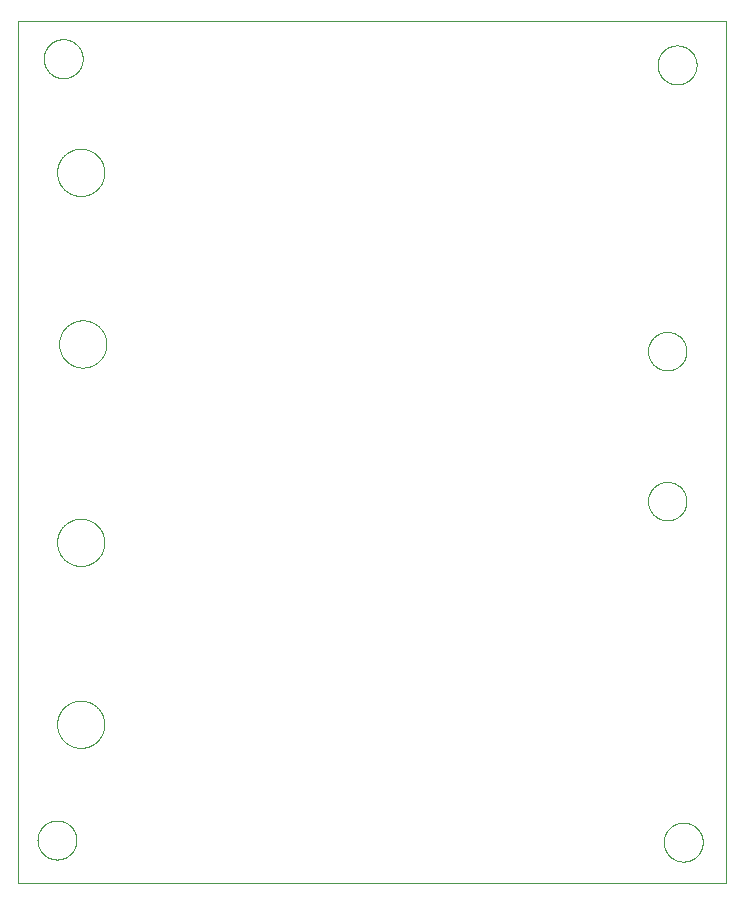
<source format=gtp>
G75*
%MOIN*%
%OFA0B0*%
%FSLAX25Y25*%
%IPPOS*%
%LPD*%
%AMOC8*
5,1,8,0,0,1.08239X$1,22.5*
%
%ADD10C,0.00000*%
D10*
X0005000Y0001000D02*
X0005000Y0288402D01*
X0241220Y0288402D01*
X0241220Y0001000D01*
X0005000Y0001000D01*
X0011591Y0015469D02*
X0011593Y0015630D01*
X0011599Y0015790D01*
X0011609Y0015951D01*
X0011623Y0016111D01*
X0011641Y0016271D01*
X0011662Y0016430D01*
X0011688Y0016589D01*
X0011718Y0016747D01*
X0011751Y0016904D01*
X0011789Y0017061D01*
X0011830Y0017216D01*
X0011875Y0017370D01*
X0011924Y0017523D01*
X0011977Y0017675D01*
X0012033Y0017826D01*
X0012094Y0017975D01*
X0012157Y0018123D01*
X0012225Y0018269D01*
X0012296Y0018413D01*
X0012370Y0018555D01*
X0012448Y0018696D01*
X0012530Y0018834D01*
X0012615Y0018971D01*
X0012703Y0019105D01*
X0012795Y0019237D01*
X0012890Y0019367D01*
X0012988Y0019495D01*
X0013089Y0019620D01*
X0013193Y0019742D01*
X0013300Y0019862D01*
X0013410Y0019979D01*
X0013523Y0020094D01*
X0013639Y0020205D01*
X0013758Y0020314D01*
X0013879Y0020419D01*
X0014003Y0020522D01*
X0014129Y0020622D01*
X0014257Y0020718D01*
X0014388Y0020811D01*
X0014522Y0020901D01*
X0014657Y0020988D01*
X0014795Y0021071D01*
X0014934Y0021151D01*
X0015076Y0021227D01*
X0015219Y0021300D01*
X0015364Y0021369D01*
X0015511Y0021435D01*
X0015659Y0021497D01*
X0015809Y0021555D01*
X0015960Y0021610D01*
X0016113Y0021661D01*
X0016267Y0021708D01*
X0016422Y0021751D01*
X0016578Y0021790D01*
X0016734Y0021826D01*
X0016892Y0021857D01*
X0017050Y0021885D01*
X0017209Y0021909D01*
X0017369Y0021929D01*
X0017529Y0021945D01*
X0017689Y0021957D01*
X0017850Y0021965D01*
X0018011Y0021969D01*
X0018171Y0021969D01*
X0018332Y0021965D01*
X0018493Y0021957D01*
X0018653Y0021945D01*
X0018813Y0021929D01*
X0018973Y0021909D01*
X0019132Y0021885D01*
X0019290Y0021857D01*
X0019448Y0021826D01*
X0019604Y0021790D01*
X0019760Y0021751D01*
X0019915Y0021708D01*
X0020069Y0021661D01*
X0020222Y0021610D01*
X0020373Y0021555D01*
X0020523Y0021497D01*
X0020671Y0021435D01*
X0020818Y0021369D01*
X0020963Y0021300D01*
X0021106Y0021227D01*
X0021248Y0021151D01*
X0021387Y0021071D01*
X0021525Y0020988D01*
X0021660Y0020901D01*
X0021794Y0020811D01*
X0021925Y0020718D01*
X0022053Y0020622D01*
X0022179Y0020522D01*
X0022303Y0020419D01*
X0022424Y0020314D01*
X0022543Y0020205D01*
X0022659Y0020094D01*
X0022772Y0019979D01*
X0022882Y0019862D01*
X0022989Y0019742D01*
X0023093Y0019620D01*
X0023194Y0019495D01*
X0023292Y0019367D01*
X0023387Y0019237D01*
X0023479Y0019105D01*
X0023567Y0018971D01*
X0023652Y0018834D01*
X0023734Y0018696D01*
X0023812Y0018555D01*
X0023886Y0018413D01*
X0023957Y0018269D01*
X0024025Y0018123D01*
X0024088Y0017975D01*
X0024149Y0017826D01*
X0024205Y0017675D01*
X0024258Y0017523D01*
X0024307Y0017370D01*
X0024352Y0017216D01*
X0024393Y0017061D01*
X0024431Y0016904D01*
X0024464Y0016747D01*
X0024494Y0016589D01*
X0024520Y0016430D01*
X0024541Y0016271D01*
X0024559Y0016111D01*
X0024573Y0015951D01*
X0024583Y0015790D01*
X0024589Y0015630D01*
X0024591Y0015469D01*
X0024589Y0015308D01*
X0024583Y0015148D01*
X0024573Y0014987D01*
X0024559Y0014827D01*
X0024541Y0014667D01*
X0024520Y0014508D01*
X0024494Y0014349D01*
X0024464Y0014191D01*
X0024431Y0014034D01*
X0024393Y0013877D01*
X0024352Y0013722D01*
X0024307Y0013568D01*
X0024258Y0013415D01*
X0024205Y0013263D01*
X0024149Y0013112D01*
X0024088Y0012963D01*
X0024025Y0012815D01*
X0023957Y0012669D01*
X0023886Y0012525D01*
X0023812Y0012383D01*
X0023734Y0012242D01*
X0023652Y0012104D01*
X0023567Y0011967D01*
X0023479Y0011833D01*
X0023387Y0011701D01*
X0023292Y0011571D01*
X0023194Y0011443D01*
X0023093Y0011318D01*
X0022989Y0011196D01*
X0022882Y0011076D01*
X0022772Y0010959D01*
X0022659Y0010844D01*
X0022543Y0010733D01*
X0022424Y0010624D01*
X0022303Y0010519D01*
X0022179Y0010416D01*
X0022053Y0010316D01*
X0021925Y0010220D01*
X0021794Y0010127D01*
X0021660Y0010037D01*
X0021525Y0009950D01*
X0021387Y0009867D01*
X0021248Y0009787D01*
X0021106Y0009711D01*
X0020963Y0009638D01*
X0020818Y0009569D01*
X0020671Y0009503D01*
X0020523Y0009441D01*
X0020373Y0009383D01*
X0020222Y0009328D01*
X0020069Y0009277D01*
X0019915Y0009230D01*
X0019760Y0009187D01*
X0019604Y0009148D01*
X0019448Y0009112D01*
X0019290Y0009081D01*
X0019132Y0009053D01*
X0018973Y0009029D01*
X0018813Y0009009D01*
X0018653Y0008993D01*
X0018493Y0008981D01*
X0018332Y0008973D01*
X0018171Y0008969D01*
X0018011Y0008969D01*
X0017850Y0008973D01*
X0017689Y0008981D01*
X0017529Y0008993D01*
X0017369Y0009009D01*
X0017209Y0009029D01*
X0017050Y0009053D01*
X0016892Y0009081D01*
X0016734Y0009112D01*
X0016578Y0009148D01*
X0016422Y0009187D01*
X0016267Y0009230D01*
X0016113Y0009277D01*
X0015960Y0009328D01*
X0015809Y0009383D01*
X0015659Y0009441D01*
X0015511Y0009503D01*
X0015364Y0009569D01*
X0015219Y0009638D01*
X0015076Y0009711D01*
X0014934Y0009787D01*
X0014795Y0009867D01*
X0014657Y0009950D01*
X0014522Y0010037D01*
X0014388Y0010127D01*
X0014257Y0010220D01*
X0014129Y0010316D01*
X0014003Y0010416D01*
X0013879Y0010519D01*
X0013758Y0010624D01*
X0013639Y0010733D01*
X0013523Y0010844D01*
X0013410Y0010959D01*
X0013300Y0011076D01*
X0013193Y0011196D01*
X0013089Y0011318D01*
X0012988Y0011443D01*
X0012890Y0011571D01*
X0012795Y0011701D01*
X0012703Y0011833D01*
X0012615Y0011967D01*
X0012530Y0012104D01*
X0012448Y0012242D01*
X0012370Y0012383D01*
X0012296Y0012525D01*
X0012225Y0012669D01*
X0012157Y0012815D01*
X0012094Y0012963D01*
X0012033Y0013112D01*
X0011977Y0013263D01*
X0011924Y0013415D01*
X0011875Y0013568D01*
X0011830Y0013722D01*
X0011789Y0013877D01*
X0011751Y0014034D01*
X0011718Y0014191D01*
X0011688Y0014349D01*
X0011662Y0014508D01*
X0011641Y0014667D01*
X0011623Y0014827D01*
X0011609Y0014987D01*
X0011599Y0015148D01*
X0011593Y0015308D01*
X0011591Y0015469D01*
X0018110Y0054051D02*
X0018112Y0054244D01*
X0018119Y0054437D01*
X0018131Y0054630D01*
X0018148Y0054823D01*
X0018169Y0055015D01*
X0018195Y0055206D01*
X0018226Y0055397D01*
X0018261Y0055587D01*
X0018301Y0055776D01*
X0018346Y0055964D01*
X0018395Y0056151D01*
X0018449Y0056337D01*
X0018507Y0056521D01*
X0018570Y0056704D01*
X0018638Y0056885D01*
X0018709Y0057064D01*
X0018786Y0057242D01*
X0018866Y0057418D01*
X0018951Y0057591D01*
X0019040Y0057763D01*
X0019133Y0057932D01*
X0019230Y0058099D01*
X0019332Y0058264D01*
X0019437Y0058426D01*
X0019546Y0058585D01*
X0019660Y0058742D01*
X0019777Y0058895D01*
X0019897Y0059046D01*
X0020022Y0059194D01*
X0020150Y0059339D01*
X0020281Y0059480D01*
X0020416Y0059619D01*
X0020555Y0059754D01*
X0020696Y0059885D01*
X0020841Y0060013D01*
X0020989Y0060138D01*
X0021140Y0060258D01*
X0021293Y0060375D01*
X0021450Y0060489D01*
X0021609Y0060598D01*
X0021771Y0060703D01*
X0021936Y0060805D01*
X0022103Y0060902D01*
X0022272Y0060995D01*
X0022444Y0061084D01*
X0022617Y0061169D01*
X0022793Y0061249D01*
X0022971Y0061326D01*
X0023150Y0061397D01*
X0023331Y0061465D01*
X0023514Y0061528D01*
X0023698Y0061586D01*
X0023884Y0061640D01*
X0024071Y0061689D01*
X0024259Y0061734D01*
X0024448Y0061774D01*
X0024638Y0061809D01*
X0024829Y0061840D01*
X0025020Y0061866D01*
X0025212Y0061887D01*
X0025405Y0061904D01*
X0025598Y0061916D01*
X0025791Y0061923D01*
X0025984Y0061925D01*
X0026177Y0061923D01*
X0026370Y0061916D01*
X0026563Y0061904D01*
X0026756Y0061887D01*
X0026948Y0061866D01*
X0027139Y0061840D01*
X0027330Y0061809D01*
X0027520Y0061774D01*
X0027709Y0061734D01*
X0027897Y0061689D01*
X0028084Y0061640D01*
X0028270Y0061586D01*
X0028454Y0061528D01*
X0028637Y0061465D01*
X0028818Y0061397D01*
X0028997Y0061326D01*
X0029175Y0061249D01*
X0029351Y0061169D01*
X0029524Y0061084D01*
X0029696Y0060995D01*
X0029865Y0060902D01*
X0030032Y0060805D01*
X0030197Y0060703D01*
X0030359Y0060598D01*
X0030518Y0060489D01*
X0030675Y0060375D01*
X0030828Y0060258D01*
X0030979Y0060138D01*
X0031127Y0060013D01*
X0031272Y0059885D01*
X0031413Y0059754D01*
X0031552Y0059619D01*
X0031687Y0059480D01*
X0031818Y0059339D01*
X0031946Y0059194D01*
X0032071Y0059046D01*
X0032191Y0058895D01*
X0032308Y0058742D01*
X0032422Y0058585D01*
X0032531Y0058426D01*
X0032636Y0058264D01*
X0032738Y0058099D01*
X0032835Y0057932D01*
X0032928Y0057763D01*
X0033017Y0057591D01*
X0033102Y0057418D01*
X0033182Y0057242D01*
X0033259Y0057064D01*
X0033330Y0056885D01*
X0033398Y0056704D01*
X0033461Y0056521D01*
X0033519Y0056337D01*
X0033573Y0056151D01*
X0033622Y0055964D01*
X0033667Y0055776D01*
X0033707Y0055587D01*
X0033742Y0055397D01*
X0033773Y0055206D01*
X0033799Y0055015D01*
X0033820Y0054823D01*
X0033837Y0054630D01*
X0033849Y0054437D01*
X0033856Y0054244D01*
X0033858Y0054051D01*
X0033856Y0053858D01*
X0033849Y0053665D01*
X0033837Y0053472D01*
X0033820Y0053279D01*
X0033799Y0053087D01*
X0033773Y0052896D01*
X0033742Y0052705D01*
X0033707Y0052515D01*
X0033667Y0052326D01*
X0033622Y0052138D01*
X0033573Y0051951D01*
X0033519Y0051765D01*
X0033461Y0051581D01*
X0033398Y0051398D01*
X0033330Y0051217D01*
X0033259Y0051038D01*
X0033182Y0050860D01*
X0033102Y0050684D01*
X0033017Y0050511D01*
X0032928Y0050339D01*
X0032835Y0050170D01*
X0032738Y0050003D01*
X0032636Y0049838D01*
X0032531Y0049676D01*
X0032422Y0049517D01*
X0032308Y0049360D01*
X0032191Y0049207D01*
X0032071Y0049056D01*
X0031946Y0048908D01*
X0031818Y0048763D01*
X0031687Y0048622D01*
X0031552Y0048483D01*
X0031413Y0048348D01*
X0031272Y0048217D01*
X0031127Y0048089D01*
X0030979Y0047964D01*
X0030828Y0047844D01*
X0030675Y0047727D01*
X0030518Y0047613D01*
X0030359Y0047504D01*
X0030197Y0047399D01*
X0030032Y0047297D01*
X0029865Y0047200D01*
X0029696Y0047107D01*
X0029524Y0047018D01*
X0029351Y0046933D01*
X0029175Y0046853D01*
X0028997Y0046776D01*
X0028818Y0046705D01*
X0028637Y0046637D01*
X0028454Y0046574D01*
X0028270Y0046516D01*
X0028084Y0046462D01*
X0027897Y0046413D01*
X0027709Y0046368D01*
X0027520Y0046328D01*
X0027330Y0046293D01*
X0027139Y0046262D01*
X0026948Y0046236D01*
X0026756Y0046215D01*
X0026563Y0046198D01*
X0026370Y0046186D01*
X0026177Y0046179D01*
X0025984Y0046177D01*
X0025791Y0046179D01*
X0025598Y0046186D01*
X0025405Y0046198D01*
X0025212Y0046215D01*
X0025020Y0046236D01*
X0024829Y0046262D01*
X0024638Y0046293D01*
X0024448Y0046328D01*
X0024259Y0046368D01*
X0024071Y0046413D01*
X0023884Y0046462D01*
X0023698Y0046516D01*
X0023514Y0046574D01*
X0023331Y0046637D01*
X0023150Y0046705D01*
X0022971Y0046776D01*
X0022793Y0046853D01*
X0022617Y0046933D01*
X0022444Y0047018D01*
X0022272Y0047107D01*
X0022103Y0047200D01*
X0021936Y0047297D01*
X0021771Y0047399D01*
X0021609Y0047504D01*
X0021450Y0047613D01*
X0021293Y0047727D01*
X0021140Y0047844D01*
X0020989Y0047964D01*
X0020841Y0048089D01*
X0020696Y0048217D01*
X0020555Y0048348D01*
X0020416Y0048483D01*
X0020281Y0048622D01*
X0020150Y0048763D01*
X0020022Y0048908D01*
X0019897Y0049056D01*
X0019777Y0049207D01*
X0019660Y0049360D01*
X0019546Y0049517D01*
X0019437Y0049676D01*
X0019332Y0049838D01*
X0019230Y0050003D01*
X0019133Y0050170D01*
X0019040Y0050339D01*
X0018951Y0050511D01*
X0018866Y0050684D01*
X0018786Y0050860D01*
X0018709Y0051038D01*
X0018638Y0051217D01*
X0018570Y0051398D01*
X0018507Y0051581D01*
X0018449Y0051765D01*
X0018395Y0051951D01*
X0018346Y0052138D01*
X0018301Y0052326D01*
X0018261Y0052515D01*
X0018226Y0052705D01*
X0018195Y0052896D01*
X0018169Y0053087D01*
X0018148Y0053279D01*
X0018131Y0053472D01*
X0018119Y0053665D01*
X0018112Y0053858D01*
X0018110Y0054051D01*
X0018110Y0114681D02*
X0018112Y0114874D01*
X0018119Y0115067D01*
X0018131Y0115260D01*
X0018148Y0115453D01*
X0018169Y0115645D01*
X0018195Y0115836D01*
X0018226Y0116027D01*
X0018261Y0116217D01*
X0018301Y0116406D01*
X0018346Y0116594D01*
X0018395Y0116781D01*
X0018449Y0116967D01*
X0018507Y0117151D01*
X0018570Y0117334D01*
X0018638Y0117515D01*
X0018709Y0117694D01*
X0018786Y0117872D01*
X0018866Y0118048D01*
X0018951Y0118221D01*
X0019040Y0118393D01*
X0019133Y0118562D01*
X0019230Y0118729D01*
X0019332Y0118894D01*
X0019437Y0119056D01*
X0019546Y0119215D01*
X0019660Y0119372D01*
X0019777Y0119525D01*
X0019897Y0119676D01*
X0020022Y0119824D01*
X0020150Y0119969D01*
X0020281Y0120110D01*
X0020416Y0120249D01*
X0020555Y0120384D01*
X0020696Y0120515D01*
X0020841Y0120643D01*
X0020989Y0120768D01*
X0021140Y0120888D01*
X0021293Y0121005D01*
X0021450Y0121119D01*
X0021609Y0121228D01*
X0021771Y0121333D01*
X0021936Y0121435D01*
X0022103Y0121532D01*
X0022272Y0121625D01*
X0022444Y0121714D01*
X0022617Y0121799D01*
X0022793Y0121879D01*
X0022971Y0121956D01*
X0023150Y0122027D01*
X0023331Y0122095D01*
X0023514Y0122158D01*
X0023698Y0122216D01*
X0023884Y0122270D01*
X0024071Y0122319D01*
X0024259Y0122364D01*
X0024448Y0122404D01*
X0024638Y0122439D01*
X0024829Y0122470D01*
X0025020Y0122496D01*
X0025212Y0122517D01*
X0025405Y0122534D01*
X0025598Y0122546D01*
X0025791Y0122553D01*
X0025984Y0122555D01*
X0026177Y0122553D01*
X0026370Y0122546D01*
X0026563Y0122534D01*
X0026756Y0122517D01*
X0026948Y0122496D01*
X0027139Y0122470D01*
X0027330Y0122439D01*
X0027520Y0122404D01*
X0027709Y0122364D01*
X0027897Y0122319D01*
X0028084Y0122270D01*
X0028270Y0122216D01*
X0028454Y0122158D01*
X0028637Y0122095D01*
X0028818Y0122027D01*
X0028997Y0121956D01*
X0029175Y0121879D01*
X0029351Y0121799D01*
X0029524Y0121714D01*
X0029696Y0121625D01*
X0029865Y0121532D01*
X0030032Y0121435D01*
X0030197Y0121333D01*
X0030359Y0121228D01*
X0030518Y0121119D01*
X0030675Y0121005D01*
X0030828Y0120888D01*
X0030979Y0120768D01*
X0031127Y0120643D01*
X0031272Y0120515D01*
X0031413Y0120384D01*
X0031552Y0120249D01*
X0031687Y0120110D01*
X0031818Y0119969D01*
X0031946Y0119824D01*
X0032071Y0119676D01*
X0032191Y0119525D01*
X0032308Y0119372D01*
X0032422Y0119215D01*
X0032531Y0119056D01*
X0032636Y0118894D01*
X0032738Y0118729D01*
X0032835Y0118562D01*
X0032928Y0118393D01*
X0033017Y0118221D01*
X0033102Y0118048D01*
X0033182Y0117872D01*
X0033259Y0117694D01*
X0033330Y0117515D01*
X0033398Y0117334D01*
X0033461Y0117151D01*
X0033519Y0116967D01*
X0033573Y0116781D01*
X0033622Y0116594D01*
X0033667Y0116406D01*
X0033707Y0116217D01*
X0033742Y0116027D01*
X0033773Y0115836D01*
X0033799Y0115645D01*
X0033820Y0115453D01*
X0033837Y0115260D01*
X0033849Y0115067D01*
X0033856Y0114874D01*
X0033858Y0114681D01*
X0033856Y0114488D01*
X0033849Y0114295D01*
X0033837Y0114102D01*
X0033820Y0113909D01*
X0033799Y0113717D01*
X0033773Y0113526D01*
X0033742Y0113335D01*
X0033707Y0113145D01*
X0033667Y0112956D01*
X0033622Y0112768D01*
X0033573Y0112581D01*
X0033519Y0112395D01*
X0033461Y0112211D01*
X0033398Y0112028D01*
X0033330Y0111847D01*
X0033259Y0111668D01*
X0033182Y0111490D01*
X0033102Y0111314D01*
X0033017Y0111141D01*
X0032928Y0110969D01*
X0032835Y0110800D01*
X0032738Y0110633D01*
X0032636Y0110468D01*
X0032531Y0110306D01*
X0032422Y0110147D01*
X0032308Y0109990D01*
X0032191Y0109837D01*
X0032071Y0109686D01*
X0031946Y0109538D01*
X0031818Y0109393D01*
X0031687Y0109252D01*
X0031552Y0109113D01*
X0031413Y0108978D01*
X0031272Y0108847D01*
X0031127Y0108719D01*
X0030979Y0108594D01*
X0030828Y0108474D01*
X0030675Y0108357D01*
X0030518Y0108243D01*
X0030359Y0108134D01*
X0030197Y0108029D01*
X0030032Y0107927D01*
X0029865Y0107830D01*
X0029696Y0107737D01*
X0029524Y0107648D01*
X0029351Y0107563D01*
X0029175Y0107483D01*
X0028997Y0107406D01*
X0028818Y0107335D01*
X0028637Y0107267D01*
X0028454Y0107204D01*
X0028270Y0107146D01*
X0028084Y0107092D01*
X0027897Y0107043D01*
X0027709Y0106998D01*
X0027520Y0106958D01*
X0027330Y0106923D01*
X0027139Y0106892D01*
X0026948Y0106866D01*
X0026756Y0106845D01*
X0026563Y0106828D01*
X0026370Y0106816D01*
X0026177Y0106809D01*
X0025984Y0106807D01*
X0025791Y0106809D01*
X0025598Y0106816D01*
X0025405Y0106828D01*
X0025212Y0106845D01*
X0025020Y0106866D01*
X0024829Y0106892D01*
X0024638Y0106923D01*
X0024448Y0106958D01*
X0024259Y0106998D01*
X0024071Y0107043D01*
X0023884Y0107092D01*
X0023698Y0107146D01*
X0023514Y0107204D01*
X0023331Y0107267D01*
X0023150Y0107335D01*
X0022971Y0107406D01*
X0022793Y0107483D01*
X0022617Y0107563D01*
X0022444Y0107648D01*
X0022272Y0107737D01*
X0022103Y0107830D01*
X0021936Y0107927D01*
X0021771Y0108029D01*
X0021609Y0108134D01*
X0021450Y0108243D01*
X0021293Y0108357D01*
X0021140Y0108474D01*
X0020989Y0108594D01*
X0020841Y0108719D01*
X0020696Y0108847D01*
X0020555Y0108978D01*
X0020416Y0109113D01*
X0020281Y0109252D01*
X0020150Y0109393D01*
X0020022Y0109538D01*
X0019897Y0109686D01*
X0019777Y0109837D01*
X0019660Y0109990D01*
X0019546Y0110147D01*
X0019437Y0110306D01*
X0019332Y0110468D01*
X0019230Y0110633D01*
X0019133Y0110800D01*
X0019040Y0110969D01*
X0018951Y0111141D01*
X0018866Y0111314D01*
X0018786Y0111490D01*
X0018709Y0111668D01*
X0018638Y0111847D01*
X0018570Y0112028D01*
X0018507Y0112211D01*
X0018449Y0112395D01*
X0018395Y0112581D01*
X0018346Y0112768D01*
X0018301Y0112956D01*
X0018261Y0113145D01*
X0018226Y0113335D01*
X0018195Y0113526D01*
X0018169Y0113717D01*
X0018148Y0113909D01*
X0018131Y0114102D01*
X0018119Y0114295D01*
X0018112Y0114488D01*
X0018110Y0114681D01*
X0018799Y0180823D02*
X0018801Y0181016D01*
X0018808Y0181209D01*
X0018820Y0181402D01*
X0018837Y0181595D01*
X0018858Y0181787D01*
X0018884Y0181978D01*
X0018915Y0182169D01*
X0018950Y0182359D01*
X0018990Y0182548D01*
X0019035Y0182736D01*
X0019084Y0182923D01*
X0019138Y0183109D01*
X0019196Y0183293D01*
X0019259Y0183476D01*
X0019327Y0183657D01*
X0019398Y0183836D01*
X0019475Y0184014D01*
X0019555Y0184190D01*
X0019640Y0184363D01*
X0019729Y0184535D01*
X0019822Y0184704D01*
X0019919Y0184871D01*
X0020021Y0185036D01*
X0020126Y0185198D01*
X0020235Y0185357D01*
X0020349Y0185514D01*
X0020466Y0185667D01*
X0020586Y0185818D01*
X0020711Y0185966D01*
X0020839Y0186111D01*
X0020970Y0186252D01*
X0021105Y0186391D01*
X0021244Y0186526D01*
X0021385Y0186657D01*
X0021530Y0186785D01*
X0021678Y0186910D01*
X0021829Y0187030D01*
X0021982Y0187147D01*
X0022139Y0187261D01*
X0022298Y0187370D01*
X0022460Y0187475D01*
X0022625Y0187577D01*
X0022792Y0187674D01*
X0022961Y0187767D01*
X0023133Y0187856D01*
X0023306Y0187941D01*
X0023482Y0188021D01*
X0023660Y0188098D01*
X0023839Y0188169D01*
X0024020Y0188237D01*
X0024203Y0188300D01*
X0024387Y0188358D01*
X0024573Y0188412D01*
X0024760Y0188461D01*
X0024948Y0188506D01*
X0025137Y0188546D01*
X0025327Y0188581D01*
X0025518Y0188612D01*
X0025709Y0188638D01*
X0025901Y0188659D01*
X0026094Y0188676D01*
X0026287Y0188688D01*
X0026480Y0188695D01*
X0026673Y0188697D01*
X0026866Y0188695D01*
X0027059Y0188688D01*
X0027252Y0188676D01*
X0027445Y0188659D01*
X0027637Y0188638D01*
X0027828Y0188612D01*
X0028019Y0188581D01*
X0028209Y0188546D01*
X0028398Y0188506D01*
X0028586Y0188461D01*
X0028773Y0188412D01*
X0028959Y0188358D01*
X0029143Y0188300D01*
X0029326Y0188237D01*
X0029507Y0188169D01*
X0029686Y0188098D01*
X0029864Y0188021D01*
X0030040Y0187941D01*
X0030213Y0187856D01*
X0030385Y0187767D01*
X0030554Y0187674D01*
X0030721Y0187577D01*
X0030886Y0187475D01*
X0031048Y0187370D01*
X0031207Y0187261D01*
X0031364Y0187147D01*
X0031517Y0187030D01*
X0031668Y0186910D01*
X0031816Y0186785D01*
X0031961Y0186657D01*
X0032102Y0186526D01*
X0032241Y0186391D01*
X0032376Y0186252D01*
X0032507Y0186111D01*
X0032635Y0185966D01*
X0032760Y0185818D01*
X0032880Y0185667D01*
X0032997Y0185514D01*
X0033111Y0185357D01*
X0033220Y0185198D01*
X0033325Y0185036D01*
X0033427Y0184871D01*
X0033524Y0184704D01*
X0033617Y0184535D01*
X0033706Y0184363D01*
X0033791Y0184190D01*
X0033871Y0184014D01*
X0033948Y0183836D01*
X0034019Y0183657D01*
X0034087Y0183476D01*
X0034150Y0183293D01*
X0034208Y0183109D01*
X0034262Y0182923D01*
X0034311Y0182736D01*
X0034356Y0182548D01*
X0034396Y0182359D01*
X0034431Y0182169D01*
X0034462Y0181978D01*
X0034488Y0181787D01*
X0034509Y0181595D01*
X0034526Y0181402D01*
X0034538Y0181209D01*
X0034545Y0181016D01*
X0034547Y0180823D01*
X0034545Y0180630D01*
X0034538Y0180437D01*
X0034526Y0180244D01*
X0034509Y0180051D01*
X0034488Y0179859D01*
X0034462Y0179668D01*
X0034431Y0179477D01*
X0034396Y0179287D01*
X0034356Y0179098D01*
X0034311Y0178910D01*
X0034262Y0178723D01*
X0034208Y0178537D01*
X0034150Y0178353D01*
X0034087Y0178170D01*
X0034019Y0177989D01*
X0033948Y0177810D01*
X0033871Y0177632D01*
X0033791Y0177456D01*
X0033706Y0177283D01*
X0033617Y0177111D01*
X0033524Y0176942D01*
X0033427Y0176775D01*
X0033325Y0176610D01*
X0033220Y0176448D01*
X0033111Y0176289D01*
X0032997Y0176132D01*
X0032880Y0175979D01*
X0032760Y0175828D01*
X0032635Y0175680D01*
X0032507Y0175535D01*
X0032376Y0175394D01*
X0032241Y0175255D01*
X0032102Y0175120D01*
X0031961Y0174989D01*
X0031816Y0174861D01*
X0031668Y0174736D01*
X0031517Y0174616D01*
X0031364Y0174499D01*
X0031207Y0174385D01*
X0031048Y0174276D01*
X0030886Y0174171D01*
X0030721Y0174069D01*
X0030554Y0173972D01*
X0030385Y0173879D01*
X0030213Y0173790D01*
X0030040Y0173705D01*
X0029864Y0173625D01*
X0029686Y0173548D01*
X0029507Y0173477D01*
X0029326Y0173409D01*
X0029143Y0173346D01*
X0028959Y0173288D01*
X0028773Y0173234D01*
X0028586Y0173185D01*
X0028398Y0173140D01*
X0028209Y0173100D01*
X0028019Y0173065D01*
X0027828Y0173034D01*
X0027637Y0173008D01*
X0027445Y0172987D01*
X0027252Y0172970D01*
X0027059Y0172958D01*
X0026866Y0172951D01*
X0026673Y0172949D01*
X0026480Y0172951D01*
X0026287Y0172958D01*
X0026094Y0172970D01*
X0025901Y0172987D01*
X0025709Y0173008D01*
X0025518Y0173034D01*
X0025327Y0173065D01*
X0025137Y0173100D01*
X0024948Y0173140D01*
X0024760Y0173185D01*
X0024573Y0173234D01*
X0024387Y0173288D01*
X0024203Y0173346D01*
X0024020Y0173409D01*
X0023839Y0173477D01*
X0023660Y0173548D01*
X0023482Y0173625D01*
X0023306Y0173705D01*
X0023133Y0173790D01*
X0022961Y0173879D01*
X0022792Y0173972D01*
X0022625Y0174069D01*
X0022460Y0174171D01*
X0022298Y0174276D01*
X0022139Y0174385D01*
X0021982Y0174499D01*
X0021829Y0174616D01*
X0021678Y0174736D01*
X0021530Y0174861D01*
X0021385Y0174989D01*
X0021244Y0175120D01*
X0021105Y0175255D01*
X0020970Y0175394D01*
X0020839Y0175535D01*
X0020711Y0175680D01*
X0020586Y0175828D01*
X0020466Y0175979D01*
X0020349Y0176132D01*
X0020235Y0176289D01*
X0020126Y0176448D01*
X0020021Y0176610D01*
X0019919Y0176775D01*
X0019822Y0176942D01*
X0019729Y0177111D01*
X0019640Y0177283D01*
X0019555Y0177456D01*
X0019475Y0177632D01*
X0019398Y0177810D01*
X0019327Y0177989D01*
X0019259Y0178170D01*
X0019196Y0178353D01*
X0019138Y0178537D01*
X0019084Y0178723D01*
X0019035Y0178910D01*
X0018990Y0179098D01*
X0018950Y0179287D01*
X0018915Y0179477D01*
X0018884Y0179668D01*
X0018858Y0179859D01*
X0018837Y0180051D01*
X0018820Y0180244D01*
X0018808Y0180437D01*
X0018801Y0180630D01*
X0018799Y0180823D01*
X0018110Y0238008D02*
X0018112Y0238201D01*
X0018119Y0238394D01*
X0018131Y0238587D01*
X0018148Y0238780D01*
X0018169Y0238972D01*
X0018195Y0239163D01*
X0018226Y0239354D01*
X0018261Y0239544D01*
X0018301Y0239733D01*
X0018346Y0239921D01*
X0018395Y0240108D01*
X0018449Y0240294D01*
X0018507Y0240478D01*
X0018570Y0240661D01*
X0018638Y0240842D01*
X0018709Y0241021D01*
X0018786Y0241199D01*
X0018866Y0241375D01*
X0018951Y0241548D01*
X0019040Y0241720D01*
X0019133Y0241889D01*
X0019230Y0242056D01*
X0019332Y0242221D01*
X0019437Y0242383D01*
X0019546Y0242542D01*
X0019660Y0242699D01*
X0019777Y0242852D01*
X0019897Y0243003D01*
X0020022Y0243151D01*
X0020150Y0243296D01*
X0020281Y0243437D01*
X0020416Y0243576D01*
X0020555Y0243711D01*
X0020696Y0243842D01*
X0020841Y0243970D01*
X0020989Y0244095D01*
X0021140Y0244215D01*
X0021293Y0244332D01*
X0021450Y0244446D01*
X0021609Y0244555D01*
X0021771Y0244660D01*
X0021936Y0244762D01*
X0022103Y0244859D01*
X0022272Y0244952D01*
X0022444Y0245041D01*
X0022617Y0245126D01*
X0022793Y0245206D01*
X0022971Y0245283D01*
X0023150Y0245354D01*
X0023331Y0245422D01*
X0023514Y0245485D01*
X0023698Y0245543D01*
X0023884Y0245597D01*
X0024071Y0245646D01*
X0024259Y0245691D01*
X0024448Y0245731D01*
X0024638Y0245766D01*
X0024829Y0245797D01*
X0025020Y0245823D01*
X0025212Y0245844D01*
X0025405Y0245861D01*
X0025598Y0245873D01*
X0025791Y0245880D01*
X0025984Y0245882D01*
X0026177Y0245880D01*
X0026370Y0245873D01*
X0026563Y0245861D01*
X0026756Y0245844D01*
X0026948Y0245823D01*
X0027139Y0245797D01*
X0027330Y0245766D01*
X0027520Y0245731D01*
X0027709Y0245691D01*
X0027897Y0245646D01*
X0028084Y0245597D01*
X0028270Y0245543D01*
X0028454Y0245485D01*
X0028637Y0245422D01*
X0028818Y0245354D01*
X0028997Y0245283D01*
X0029175Y0245206D01*
X0029351Y0245126D01*
X0029524Y0245041D01*
X0029696Y0244952D01*
X0029865Y0244859D01*
X0030032Y0244762D01*
X0030197Y0244660D01*
X0030359Y0244555D01*
X0030518Y0244446D01*
X0030675Y0244332D01*
X0030828Y0244215D01*
X0030979Y0244095D01*
X0031127Y0243970D01*
X0031272Y0243842D01*
X0031413Y0243711D01*
X0031552Y0243576D01*
X0031687Y0243437D01*
X0031818Y0243296D01*
X0031946Y0243151D01*
X0032071Y0243003D01*
X0032191Y0242852D01*
X0032308Y0242699D01*
X0032422Y0242542D01*
X0032531Y0242383D01*
X0032636Y0242221D01*
X0032738Y0242056D01*
X0032835Y0241889D01*
X0032928Y0241720D01*
X0033017Y0241548D01*
X0033102Y0241375D01*
X0033182Y0241199D01*
X0033259Y0241021D01*
X0033330Y0240842D01*
X0033398Y0240661D01*
X0033461Y0240478D01*
X0033519Y0240294D01*
X0033573Y0240108D01*
X0033622Y0239921D01*
X0033667Y0239733D01*
X0033707Y0239544D01*
X0033742Y0239354D01*
X0033773Y0239163D01*
X0033799Y0238972D01*
X0033820Y0238780D01*
X0033837Y0238587D01*
X0033849Y0238394D01*
X0033856Y0238201D01*
X0033858Y0238008D01*
X0033856Y0237815D01*
X0033849Y0237622D01*
X0033837Y0237429D01*
X0033820Y0237236D01*
X0033799Y0237044D01*
X0033773Y0236853D01*
X0033742Y0236662D01*
X0033707Y0236472D01*
X0033667Y0236283D01*
X0033622Y0236095D01*
X0033573Y0235908D01*
X0033519Y0235722D01*
X0033461Y0235538D01*
X0033398Y0235355D01*
X0033330Y0235174D01*
X0033259Y0234995D01*
X0033182Y0234817D01*
X0033102Y0234641D01*
X0033017Y0234468D01*
X0032928Y0234296D01*
X0032835Y0234127D01*
X0032738Y0233960D01*
X0032636Y0233795D01*
X0032531Y0233633D01*
X0032422Y0233474D01*
X0032308Y0233317D01*
X0032191Y0233164D01*
X0032071Y0233013D01*
X0031946Y0232865D01*
X0031818Y0232720D01*
X0031687Y0232579D01*
X0031552Y0232440D01*
X0031413Y0232305D01*
X0031272Y0232174D01*
X0031127Y0232046D01*
X0030979Y0231921D01*
X0030828Y0231801D01*
X0030675Y0231684D01*
X0030518Y0231570D01*
X0030359Y0231461D01*
X0030197Y0231356D01*
X0030032Y0231254D01*
X0029865Y0231157D01*
X0029696Y0231064D01*
X0029524Y0230975D01*
X0029351Y0230890D01*
X0029175Y0230810D01*
X0028997Y0230733D01*
X0028818Y0230662D01*
X0028637Y0230594D01*
X0028454Y0230531D01*
X0028270Y0230473D01*
X0028084Y0230419D01*
X0027897Y0230370D01*
X0027709Y0230325D01*
X0027520Y0230285D01*
X0027330Y0230250D01*
X0027139Y0230219D01*
X0026948Y0230193D01*
X0026756Y0230172D01*
X0026563Y0230155D01*
X0026370Y0230143D01*
X0026177Y0230136D01*
X0025984Y0230134D01*
X0025791Y0230136D01*
X0025598Y0230143D01*
X0025405Y0230155D01*
X0025212Y0230172D01*
X0025020Y0230193D01*
X0024829Y0230219D01*
X0024638Y0230250D01*
X0024448Y0230285D01*
X0024259Y0230325D01*
X0024071Y0230370D01*
X0023884Y0230419D01*
X0023698Y0230473D01*
X0023514Y0230531D01*
X0023331Y0230594D01*
X0023150Y0230662D01*
X0022971Y0230733D01*
X0022793Y0230810D01*
X0022617Y0230890D01*
X0022444Y0230975D01*
X0022272Y0231064D01*
X0022103Y0231157D01*
X0021936Y0231254D01*
X0021771Y0231356D01*
X0021609Y0231461D01*
X0021450Y0231570D01*
X0021293Y0231684D01*
X0021140Y0231801D01*
X0020989Y0231921D01*
X0020841Y0232046D01*
X0020696Y0232174D01*
X0020555Y0232305D01*
X0020416Y0232440D01*
X0020281Y0232579D01*
X0020150Y0232720D01*
X0020022Y0232865D01*
X0019897Y0233013D01*
X0019777Y0233164D01*
X0019660Y0233317D01*
X0019546Y0233474D01*
X0019437Y0233633D01*
X0019332Y0233795D01*
X0019230Y0233960D01*
X0019133Y0234127D01*
X0019040Y0234296D01*
X0018951Y0234468D01*
X0018866Y0234641D01*
X0018786Y0234817D01*
X0018709Y0234995D01*
X0018638Y0235174D01*
X0018570Y0235355D01*
X0018507Y0235538D01*
X0018449Y0235722D01*
X0018395Y0235908D01*
X0018346Y0236095D01*
X0018301Y0236283D01*
X0018261Y0236472D01*
X0018226Y0236662D01*
X0018195Y0236853D01*
X0018169Y0237044D01*
X0018148Y0237236D01*
X0018131Y0237429D01*
X0018119Y0237622D01*
X0018112Y0237815D01*
X0018110Y0238008D01*
X0013657Y0275902D02*
X0013659Y0276063D01*
X0013665Y0276223D01*
X0013675Y0276384D01*
X0013689Y0276544D01*
X0013707Y0276704D01*
X0013728Y0276863D01*
X0013754Y0277022D01*
X0013784Y0277180D01*
X0013817Y0277337D01*
X0013855Y0277494D01*
X0013896Y0277649D01*
X0013941Y0277803D01*
X0013990Y0277956D01*
X0014043Y0278108D01*
X0014099Y0278259D01*
X0014160Y0278408D01*
X0014223Y0278556D01*
X0014291Y0278702D01*
X0014362Y0278846D01*
X0014436Y0278988D01*
X0014514Y0279129D01*
X0014596Y0279267D01*
X0014681Y0279404D01*
X0014769Y0279538D01*
X0014861Y0279670D01*
X0014956Y0279800D01*
X0015054Y0279928D01*
X0015155Y0280053D01*
X0015259Y0280175D01*
X0015366Y0280295D01*
X0015476Y0280412D01*
X0015589Y0280527D01*
X0015705Y0280638D01*
X0015824Y0280747D01*
X0015945Y0280852D01*
X0016069Y0280955D01*
X0016195Y0281055D01*
X0016323Y0281151D01*
X0016454Y0281244D01*
X0016588Y0281334D01*
X0016723Y0281421D01*
X0016861Y0281504D01*
X0017000Y0281584D01*
X0017142Y0281660D01*
X0017285Y0281733D01*
X0017430Y0281802D01*
X0017577Y0281868D01*
X0017725Y0281930D01*
X0017875Y0281988D01*
X0018026Y0282043D01*
X0018179Y0282094D01*
X0018333Y0282141D01*
X0018488Y0282184D01*
X0018644Y0282223D01*
X0018800Y0282259D01*
X0018958Y0282290D01*
X0019116Y0282318D01*
X0019275Y0282342D01*
X0019435Y0282362D01*
X0019595Y0282378D01*
X0019755Y0282390D01*
X0019916Y0282398D01*
X0020077Y0282402D01*
X0020237Y0282402D01*
X0020398Y0282398D01*
X0020559Y0282390D01*
X0020719Y0282378D01*
X0020879Y0282362D01*
X0021039Y0282342D01*
X0021198Y0282318D01*
X0021356Y0282290D01*
X0021514Y0282259D01*
X0021670Y0282223D01*
X0021826Y0282184D01*
X0021981Y0282141D01*
X0022135Y0282094D01*
X0022288Y0282043D01*
X0022439Y0281988D01*
X0022589Y0281930D01*
X0022737Y0281868D01*
X0022884Y0281802D01*
X0023029Y0281733D01*
X0023172Y0281660D01*
X0023314Y0281584D01*
X0023453Y0281504D01*
X0023591Y0281421D01*
X0023726Y0281334D01*
X0023860Y0281244D01*
X0023991Y0281151D01*
X0024119Y0281055D01*
X0024245Y0280955D01*
X0024369Y0280852D01*
X0024490Y0280747D01*
X0024609Y0280638D01*
X0024725Y0280527D01*
X0024838Y0280412D01*
X0024948Y0280295D01*
X0025055Y0280175D01*
X0025159Y0280053D01*
X0025260Y0279928D01*
X0025358Y0279800D01*
X0025453Y0279670D01*
X0025545Y0279538D01*
X0025633Y0279404D01*
X0025718Y0279267D01*
X0025800Y0279129D01*
X0025878Y0278988D01*
X0025952Y0278846D01*
X0026023Y0278702D01*
X0026091Y0278556D01*
X0026154Y0278408D01*
X0026215Y0278259D01*
X0026271Y0278108D01*
X0026324Y0277956D01*
X0026373Y0277803D01*
X0026418Y0277649D01*
X0026459Y0277494D01*
X0026497Y0277337D01*
X0026530Y0277180D01*
X0026560Y0277022D01*
X0026586Y0276863D01*
X0026607Y0276704D01*
X0026625Y0276544D01*
X0026639Y0276384D01*
X0026649Y0276223D01*
X0026655Y0276063D01*
X0026657Y0275902D01*
X0026655Y0275741D01*
X0026649Y0275581D01*
X0026639Y0275420D01*
X0026625Y0275260D01*
X0026607Y0275100D01*
X0026586Y0274941D01*
X0026560Y0274782D01*
X0026530Y0274624D01*
X0026497Y0274467D01*
X0026459Y0274310D01*
X0026418Y0274155D01*
X0026373Y0274001D01*
X0026324Y0273848D01*
X0026271Y0273696D01*
X0026215Y0273545D01*
X0026154Y0273396D01*
X0026091Y0273248D01*
X0026023Y0273102D01*
X0025952Y0272958D01*
X0025878Y0272816D01*
X0025800Y0272675D01*
X0025718Y0272537D01*
X0025633Y0272400D01*
X0025545Y0272266D01*
X0025453Y0272134D01*
X0025358Y0272004D01*
X0025260Y0271876D01*
X0025159Y0271751D01*
X0025055Y0271629D01*
X0024948Y0271509D01*
X0024838Y0271392D01*
X0024725Y0271277D01*
X0024609Y0271166D01*
X0024490Y0271057D01*
X0024369Y0270952D01*
X0024245Y0270849D01*
X0024119Y0270749D01*
X0023991Y0270653D01*
X0023860Y0270560D01*
X0023726Y0270470D01*
X0023591Y0270383D01*
X0023453Y0270300D01*
X0023314Y0270220D01*
X0023172Y0270144D01*
X0023029Y0270071D01*
X0022884Y0270002D01*
X0022737Y0269936D01*
X0022589Y0269874D01*
X0022439Y0269816D01*
X0022288Y0269761D01*
X0022135Y0269710D01*
X0021981Y0269663D01*
X0021826Y0269620D01*
X0021670Y0269581D01*
X0021514Y0269545D01*
X0021356Y0269514D01*
X0021198Y0269486D01*
X0021039Y0269462D01*
X0020879Y0269442D01*
X0020719Y0269426D01*
X0020559Y0269414D01*
X0020398Y0269406D01*
X0020237Y0269402D01*
X0020077Y0269402D01*
X0019916Y0269406D01*
X0019755Y0269414D01*
X0019595Y0269426D01*
X0019435Y0269442D01*
X0019275Y0269462D01*
X0019116Y0269486D01*
X0018958Y0269514D01*
X0018800Y0269545D01*
X0018644Y0269581D01*
X0018488Y0269620D01*
X0018333Y0269663D01*
X0018179Y0269710D01*
X0018026Y0269761D01*
X0017875Y0269816D01*
X0017725Y0269874D01*
X0017577Y0269936D01*
X0017430Y0270002D01*
X0017285Y0270071D01*
X0017142Y0270144D01*
X0017000Y0270220D01*
X0016861Y0270300D01*
X0016723Y0270383D01*
X0016588Y0270470D01*
X0016454Y0270560D01*
X0016323Y0270653D01*
X0016195Y0270749D01*
X0016069Y0270849D01*
X0015945Y0270952D01*
X0015824Y0271057D01*
X0015705Y0271166D01*
X0015589Y0271277D01*
X0015476Y0271392D01*
X0015366Y0271509D01*
X0015259Y0271629D01*
X0015155Y0271751D01*
X0015054Y0271876D01*
X0014956Y0272004D01*
X0014861Y0272134D01*
X0014769Y0272266D01*
X0014681Y0272400D01*
X0014596Y0272537D01*
X0014514Y0272675D01*
X0014436Y0272816D01*
X0014362Y0272958D01*
X0014291Y0273102D01*
X0014223Y0273248D01*
X0014160Y0273396D01*
X0014099Y0273545D01*
X0014043Y0273696D01*
X0013990Y0273848D01*
X0013941Y0274001D01*
X0013896Y0274155D01*
X0013855Y0274310D01*
X0013817Y0274467D01*
X0013784Y0274624D01*
X0013754Y0274782D01*
X0013728Y0274941D01*
X0013707Y0275100D01*
X0013689Y0275260D01*
X0013675Y0275420D01*
X0013665Y0275581D01*
X0013659Y0275741D01*
X0013657Y0275902D01*
X0215098Y0178421D02*
X0215100Y0178581D01*
X0215106Y0178740D01*
X0215116Y0178899D01*
X0215130Y0179058D01*
X0215148Y0179217D01*
X0215169Y0179375D01*
X0215195Y0179532D01*
X0215225Y0179689D01*
X0215258Y0179845D01*
X0215296Y0180000D01*
X0215337Y0180154D01*
X0215382Y0180307D01*
X0215431Y0180459D01*
X0215484Y0180609D01*
X0215540Y0180758D01*
X0215600Y0180906D01*
X0215664Y0181052D01*
X0215732Y0181197D01*
X0215803Y0181340D01*
X0215877Y0181481D01*
X0215955Y0181620D01*
X0216037Y0181757D01*
X0216122Y0181892D01*
X0216210Y0182025D01*
X0216301Y0182156D01*
X0216396Y0182284D01*
X0216494Y0182410D01*
X0216595Y0182534D01*
X0216699Y0182654D01*
X0216806Y0182773D01*
X0216916Y0182888D01*
X0217029Y0183001D01*
X0217144Y0183111D01*
X0217263Y0183218D01*
X0217383Y0183322D01*
X0217507Y0183423D01*
X0217633Y0183521D01*
X0217761Y0183616D01*
X0217892Y0183707D01*
X0218025Y0183795D01*
X0218160Y0183880D01*
X0218297Y0183962D01*
X0218436Y0184040D01*
X0218577Y0184114D01*
X0218720Y0184185D01*
X0218865Y0184253D01*
X0219011Y0184317D01*
X0219159Y0184377D01*
X0219308Y0184433D01*
X0219458Y0184486D01*
X0219610Y0184535D01*
X0219763Y0184580D01*
X0219917Y0184621D01*
X0220072Y0184659D01*
X0220228Y0184692D01*
X0220385Y0184722D01*
X0220542Y0184748D01*
X0220700Y0184769D01*
X0220859Y0184787D01*
X0221018Y0184801D01*
X0221177Y0184811D01*
X0221336Y0184817D01*
X0221496Y0184819D01*
X0221656Y0184817D01*
X0221815Y0184811D01*
X0221974Y0184801D01*
X0222133Y0184787D01*
X0222292Y0184769D01*
X0222450Y0184748D01*
X0222607Y0184722D01*
X0222764Y0184692D01*
X0222920Y0184659D01*
X0223075Y0184621D01*
X0223229Y0184580D01*
X0223382Y0184535D01*
X0223534Y0184486D01*
X0223684Y0184433D01*
X0223833Y0184377D01*
X0223981Y0184317D01*
X0224127Y0184253D01*
X0224272Y0184185D01*
X0224415Y0184114D01*
X0224556Y0184040D01*
X0224695Y0183962D01*
X0224832Y0183880D01*
X0224967Y0183795D01*
X0225100Y0183707D01*
X0225231Y0183616D01*
X0225359Y0183521D01*
X0225485Y0183423D01*
X0225609Y0183322D01*
X0225729Y0183218D01*
X0225848Y0183111D01*
X0225963Y0183001D01*
X0226076Y0182888D01*
X0226186Y0182773D01*
X0226293Y0182654D01*
X0226397Y0182534D01*
X0226498Y0182410D01*
X0226596Y0182284D01*
X0226691Y0182156D01*
X0226782Y0182025D01*
X0226870Y0181892D01*
X0226955Y0181757D01*
X0227037Y0181620D01*
X0227115Y0181481D01*
X0227189Y0181340D01*
X0227260Y0181197D01*
X0227328Y0181052D01*
X0227392Y0180906D01*
X0227452Y0180758D01*
X0227508Y0180609D01*
X0227561Y0180459D01*
X0227610Y0180307D01*
X0227655Y0180154D01*
X0227696Y0180000D01*
X0227734Y0179845D01*
X0227767Y0179689D01*
X0227797Y0179532D01*
X0227823Y0179375D01*
X0227844Y0179217D01*
X0227862Y0179058D01*
X0227876Y0178899D01*
X0227886Y0178740D01*
X0227892Y0178581D01*
X0227894Y0178421D01*
X0227892Y0178261D01*
X0227886Y0178102D01*
X0227876Y0177943D01*
X0227862Y0177784D01*
X0227844Y0177625D01*
X0227823Y0177467D01*
X0227797Y0177310D01*
X0227767Y0177153D01*
X0227734Y0176997D01*
X0227696Y0176842D01*
X0227655Y0176688D01*
X0227610Y0176535D01*
X0227561Y0176383D01*
X0227508Y0176233D01*
X0227452Y0176084D01*
X0227392Y0175936D01*
X0227328Y0175790D01*
X0227260Y0175645D01*
X0227189Y0175502D01*
X0227115Y0175361D01*
X0227037Y0175222D01*
X0226955Y0175085D01*
X0226870Y0174950D01*
X0226782Y0174817D01*
X0226691Y0174686D01*
X0226596Y0174558D01*
X0226498Y0174432D01*
X0226397Y0174308D01*
X0226293Y0174188D01*
X0226186Y0174069D01*
X0226076Y0173954D01*
X0225963Y0173841D01*
X0225848Y0173731D01*
X0225729Y0173624D01*
X0225609Y0173520D01*
X0225485Y0173419D01*
X0225359Y0173321D01*
X0225231Y0173226D01*
X0225100Y0173135D01*
X0224967Y0173047D01*
X0224832Y0172962D01*
X0224695Y0172880D01*
X0224556Y0172802D01*
X0224415Y0172728D01*
X0224272Y0172657D01*
X0224127Y0172589D01*
X0223981Y0172525D01*
X0223833Y0172465D01*
X0223684Y0172409D01*
X0223534Y0172356D01*
X0223382Y0172307D01*
X0223229Y0172262D01*
X0223075Y0172221D01*
X0222920Y0172183D01*
X0222764Y0172150D01*
X0222607Y0172120D01*
X0222450Y0172094D01*
X0222292Y0172073D01*
X0222133Y0172055D01*
X0221974Y0172041D01*
X0221815Y0172031D01*
X0221656Y0172025D01*
X0221496Y0172023D01*
X0221336Y0172025D01*
X0221177Y0172031D01*
X0221018Y0172041D01*
X0220859Y0172055D01*
X0220700Y0172073D01*
X0220542Y0172094D01*
X0220385Y0172120D01*
X0220228Y0172150D01*
X0220072Y0172183D01*
X0219917Y0172221D01*
X0219763Y0172262D01*
X0219610Y0172307D01*
X0219458Y0172356D01*
X0219308Y0172409D01*
X0219159Y0172465D01*
X0219011Y0172525D01*
X0218865Y0172589D01*
X0218720Y0172657D01*
X0218577Y0172728D01*
X0218436Y0172802D01*
X0218297Y0172880D01*
X0218160Y0172962D01*
X0218025Y0173047D01*
X0217892Y0173135D01*
X0217761Y0173226D01*
X0217633Y0173321D01*
X0217507Y0173419D01*
X0217383Y0173520D01*
X0217263Y0173624D01*
X0217144Y0173731D01*
X0217029Y0173841D01*
X0216916Y0173954D01*
X0216806Y0174069D01*
X0216699Y0174188D01*
X0216595Y0174308D01*
X0216494Y0174432D01*
X0216396Y0174558D01*
X0216301Y0174686D01*
X0216210Y0174817D01*
X0216122Y0174950D01*
X0216037Y0175085D01*
X0215955Y0175222D01*
X0215877Y0175361D01*
X0215803Y0175502D01*
X0215732Y0175645D01*
X0215664Y0175790D01*
X0215600Y0175936D01*
X0215540Y0176084D01*
X0215484Y0176233D01*
X0215431Y0176383D01*
X0215382Y0176535D01*
X0215337Y0176688D01*
X0215296Y0176842D01*
X0215258Y0176997D01*
X0215225Y0177153D01*
X0215195Y0177310D01*
X0215169Y0177467D01*
X0215148Y0177625D01*
X0215130Y0177784D01*
X0215116Y0177943D01*
X0215106Y0178102D01*
X0215100Y0178261D01*
X0215098Y0178421D01*
X0215098Y0128421D02*
X0215100Y0128581D01*
X0215106Y0128740D01*
X0215116Y0128899D01*
X0215130Y0129058D01*
X0215148Y0129217D01*
X0215169Y0129375D01*
X0215195Y0129532D01*
X0215225Y0129689D01*
X0215258Y0129845D01*
X0215296Y0130000D01*
X0215337Y0130154D01*
X0215382Y0130307D01*
X0215431Y0130459D01*
X0215484Y0130609D01*
X0215540Y0130758D01*
X0215600Y0130906D01*
X0215664Y0131052D01*
X0215732Y0131197D01*
X0215803Y0131340D01*
X0215877Y0131481D01*
X0215955Y0131620D01*
X0216037Y0131757D01*
X0216122Y0131892D01*
X0216210Y0132025D01*
X0216301Y0132156D01*
X0216396Y0132284D01*
X0216494Y0132410D01*
X0216595Y0132534D01*
X0216699Y0132654D01*
X0216806Y0132773D01*
X0216916Y0132888D01*
X0217029Y0133001D01*
X0217144Y0133111D01*
X0217263Y0133218D01*
X0217383Y0133322D01*
X0217507Y0133423D01*
X0217633Y0133521D01*
X0217761Y0133616D01*
X0217892Y0133707D01*
X0218025Y0133795D01*
X0218160Y0133880D01*
X0218297Y0133962D01*
X0218436Y0134040D01*
X0218577Y0134114D01*
X0218720Y0134185D01*
X0218865Y0134253D01*
X0219011Y0134317D01*
X0219159Y0134377D01*
X0219308Y0134433D01*
X0219458Y0134486D01*
X0219610Y0134535D01*
X0219763Y0134580D01*
X0219917Y0134621D01*
X0220072Y0134659D01*
X0220228Y0134692D01*
X0220385Y0134722D01*
X0220542Y0134748D01*
X0220700Y0134769D01*
X0220859Y0134787D01*
X0221018Y0134801D01*
X0221177Y0134811D01*
X0221336Y0134817D01*
X0221496Y0134819D01*
X0221656Y0134817D01*
X0221815Y0134811D01*
X0221974Y0134801D01*
X0222133Y0134787D01*
X0222292Y0134769D01*
X0222450Y0134748D01*
X0222607Y0134722D01*
X0222764Y0134692D01*
X0222920Y0134659D01*
X0223075Y0134621D01*
X0223229Y0134580D01*
X0223382Y0134535D01*
X0223534Y0134486D01*
X0223684Y0134433D01*
X0223833Y0134377D01*
X0223981Y0134317D01*
X0224127Y0134253D01*
X0224272Y0134185D01*
X0224415Y0134114D01*
X0224556Y0134040D01*
X0224695Y0133962D01*
X0224832Y0133880D01*
X0224967Y0133795D01*
X0225100Y0133707D01*
X0225231Y0133616D01*
X0225359Y0133521D01*
X0225485Y0133423D01*
X0225609Y0133322D01*
X0225729Y0133218D01*
X0225848Y0133111D01*
X0225963Y0133001D01*
X0226076Y0132888D01*
X0226186Y0132773D01*
X0226293Y0132654D01*
X0226397Y0132534D01*
X0226498Y0132410D01*
X0226596Y0132284D01*
X0226691Y0132156D01*
X0226782Y0132025D01*
X0226870Y0131892D01*
X0226955Y0131757D01*
X0227037Y0131620D01*
X0227115Y0131481D01*
X0227189Y0131340D01*
X0227260Y0131197D01*
X0227328Y0131052D01*
X0227392Y0130906D01*
X0227452Y0130758D01*
X0227508Y0130609D01*
X0227561Y0130459D01*
X0227610Y0130307D01*
X0227655Y0130154D01*
X0227696Y0130000D01*
X0227734Y0129845D01*
X0227767Y0129689D01*
X0227797Y0129532D01*
X0227823Y0129375D01*
X0227844Y0129217D01*
X0227862Y0129058D01*
X0227876Y0128899D01*
X0227886Y0128740D01*
X0227892Y0128581D01*
X0227894Y0128421D01*
X0227892Y0128261D01*
X0227886Y0128102D01*
X0227876Y0127943D01*
X0227862Y0127784D01*
X0227844Y0127625D01*
X0227823Y0127467D01*
X0227797Y0127310D01*
X0227767Y0127153D01*
X0227734Y0126997D01*
X0227696Y0126842D01*
X0227655Y0126688D01*
X0227610Y0126535D01*
X0227561Y0126383D01*
X0227508Y0126233D01*
X0227452Y0126084D01*
X0227392Y0125936D01*
X0227328Y0125790D01*
X0227260Y0125645D01*
X0227189Y0125502D01*
X0227115Y0125361D01*
X0227037Y0125222D01*
X0226955Y0125085D01*
X0226870Y0124950D01*
X0226782Y0124817D01*
X0226691Y0124686D01*
X0226596Y0124558D01*
X0226498Y0124432D01*
X0226397Y0124308D01*
X0226293Y0124188D01*
X0226186Y0124069D01*
X0226076Y0123954D01*
X0225963Y0123841D01*
X0225848Y0123731D01*
X0225729Y0123624D01*
X0225609Y0123520D01*
X0225485Y0123419D01*
X0225359Y0123321D01*
X0225231Y0123226D01*
X0225100Y0123135D01*
X0224967Y0123047D01*
X0224832Y0122962D01*
X0224695Y0122880D01*
X0224556Y0122802D01*
X0224415Y0122728D01*
X0224272Y0122657D01*
X0224127Y0122589D01*
X0223981Y0122525D01*
X0223833Y0122465D01*
X0223684Y0122409D01*
X0223534Y0122356D01*
X0223382Y0122307D01*
X0223229Y0122262D01*
X0223075Y0122221D01*
X0222920Y0122183D01*
X0222764Y0122150D01*
X0222607Y0122120D01*
X0222450Y0122094D01*
X0222292Y0122073D01*
X0222133Y0122055D01*
X0221974Y0122041D01*
X0221815Y0122031D01*
X0221656Y0122025D01*
X0221496Y0122023D01*
X0221336Y0122025D01*
X0221177Y0122031D01*
X0221018Y0122041D01*
X0220859Y0122055D01*
X0220700Y0122073D01*
X0220542Y0122094D01*
X0220385Y0122120D01*
X0220228Y0122150D01*
X0220072Y0122183D01*
X0219917Y0122221D01*
X0219763Y0122262D01*
X0219610Y0122307D01*
X0219458Y0122356D01*
X0219308Y0122409D01*
X0219159Y0122465D01*
X0219011Y0122525D01*
X0218865Y0122589D01*
X0218720Y0122657D01*
X0218577Y0122728D01*
X0218436Y0122802D01*
X0218297Y0122880D01*
X0218160Y0122962D01*
X0218025Y0123047D01*
X0217892Y0123135D01*
X0217761Y0123226D01*
X0217633Y0123321D01*
X0217507Y0123419D01*
X0217383Y0123520D01*
X0217263Y0123624D01*
X0217144Y0123731D01*
X0217029Y0123841D01*
X0216916Y0123954D01*
X0216806Y0124069D01*
X0216699Y0124188D01*
X0216595Y0124308D01*
X0216494Y0124432D01*
X0216396Y0124558D01*
X0216301Y0124686D01*
X0216210Y0124817D01*
X0216122Y0124950D01*
X0216037Y0125085D01*
X0215955Y0125222D01*
X0215877Y0125361D01*
X0215803Y0125502D01*
X0215732Y0125645D01*
X0215664Y0125790D01*
X0215600Y0125936D01*
X0215540Y0126084D01*
X0215484Y0126233D01*
X0215431Y0126383D01*
X0215382Y0126535D01*
X0215337Y0126688D01*
X0215296Y0126842D01*
X0215258Y0126997D01*
X0215225Y0127153D01*
X0215195Y0127310D01*
X0215169Y0127467D01*
X0215148Y0127625D01*
X0215130Y0127784D01*
X0215116Y0127943D01*
X0215106Y0128102D01*
X0215100Y0128261D01*
X0215098Y0128421D01*
X0220350Y0014780D02*
X0220352Y0014941D01*
X0220358Y0015101D01*
X0220368Y0015262D01*
X0220382Y0015422D01*
X0220400Y0015582D01*
X0220421Y0015741D01*
X0220447Y0015900D01*
X0220477Y0016058D01*
X0220510Y0016215D01*
X0220548Y0016372D01*
X0220589Y0016527D01*
X0220634Y0016681D01*
X0220683Y0016834D01*
X0220736Y0016986D01*
X0220792Y0017137D01*
X0220853Y0017286D01*
X0220916Y0017434D01*
X0220984Y0017580D01*
X0221055Y0017724D01*
X0221129Y0017866D01*
X0221207Y0018007D01*
X0221289Y0018145D01*
X0221374Y0018282D01*
X0221462Y0018416D01*
X0221554Y0018548D01*
X0221649Y0018678D01*
X0221747Y0018806D01*
X0221848Y0018931D01*
X0221952Y0019053D01*
X0222059Y0019173D01*
X0222169Y0019290D01*
X0222282Y0019405D01*
X0222398Y0019516D01*
X0222517Y0019625D01*
X0222638Y0019730D01*
X0222762Y0019833D01*
X0222888Y0019933D01*
X0223016Y0020029D01*
X0223147Y0020122D01*
X0223281Y0020212D01*
X0223416Y0020299D01*
X0223554Y0020382D01*
X0223693Y0020462D01*
X0223835Y0020538D01*
X0223978Y0020611D01*
X0224123Y0020680D01*
X0224270Y0020746D01*
X0224418Y0020808D01*
X0224568Y0020866D01*
X0224719Y0020921D01*
X0224872Y0020972D01*
X0225026Y0021019D01*
X0225181Y0021062D01*
X0225337Y0021101D01*
X0225493Y0021137D01*
X0225651Y0021168D01*
X0225809Y0021196D01*
X0225968Y0021220D01*
X0226128Y0021240D01*
X0226288Y0021256D01*
X0226448Y0021268D01*
X0226609Y0021276D01*
X0226770Y0021280D01*
X0226930Y0021280D01*
X0227091Y0021276D01*
X0227252Y0021268D01*
X0227412Y0021256D01*
X0227572Y0021240D01*
X0227732Y0021220D01*
X0227891Y0021196D01*
X0228049Y0021168D01*
X0228207Y0021137D01*
X0228363Y0021101D01*
X0228519Y0021062D01*
X0228674Y0021019D01*
X0228828Y0020972D01*
X0228981Y0020921D01*
X0229132Y0020866D01*
X0229282Y0020808D01*
X0229430Y0020746D01*
X0229577Y0020680D01*
X0229722Y0020611D01*
X0229865Y0020538D01*
X0230007Y0020462D01*
X0230146Y0020382D01*
X0230284Y0020299D01*
X0230419Y0020212D01*
X0230553Y0020122D01*
X0230684Y0020029D01*
X0230812Y0019933D01*
X0230938Y0019833D01*
X0231062Y0019730D01*
X0231183Y0019625D01*
X0231302Y0019516D01*
X0231418Y0019405D01*
X0231531Y0019290D01*
X0231641Y0019173D01*
X0231748Y0019053D01*
X0231852Y0018931D01*
X0231953Y0018806D01*
X0232051Y0018678D01*
X0232146Y0018548D01*
X0232238Y0018416D01*
X0232326Y0018282D01*
X0232411Y0018145D01*
X0232493Y0018007D01*
X0232571Y0017866D01*
X0232645Y0017724D01*
X0232716Y0017580D01*
X0232784Y0017434D01*
X0232847Y0017286D01*
X0232908Y0017137D01*
X0232964Y0016986D01*
X0233017Y0016834D01*
X0233066Y0016681D01*
X0233111Y0016527D01*
X0233152Y0016372D01*
X0233190Y0016215D01*
X0233223Y0016058D01*
X0233253Y0015900D01*
X0233279Y0015741D01*
X0233300Y0015582D01*
X0233318Y0015422D01*
X0233332Y0015262D01*
X0233342Y0015101D01*
X0233348Y0014941D01*
X0233350Y0014780D01*
X0233348Y0014619D01*
X0233342Y0014459D01*
X0233332Y0014298D01*
X0233318Y0014138D01*
X0233300Y0013978D01*
X0233279Y0013819D01*
X0233253Y0013660D01*
X0233223Y0013502D01*
X0233190Y0013345D01*
X0233152Y0013188D01*
X0233111Y0013033D01*
X0233066Y0012879D01*
X0233017Y0012726D01*
X0232964Y0012574D01*
X0232908Y0012423D01*
X0232847Y0012274D01*
X0232784Y0012126D01*
X0232716Y0011980D01*
X0232645Y0011836D01*
X0232571Y0011694D01*
X0232493Y0011553D01*
X0232411Y0011415D01*
X0232326Y0011278D01*
X0232238Y0011144D01*
X0232146Y0011012D01*
X0232051Y0010882D01*
X0231953Y0010754D01*
X0231852Y0010629D01*
X0231748Y0010507D01*
X0231641Y0010387D01*
X0231531Y0010270D01*
X0231418Y0010155D01*
X0231302Y0010044D01*
X0231183Y0009935D01*
X0231062Y0009830D01*
X0230938Y0009727D01*
X0230812Y0009627D01*
X0230684Y0009531D01*
X0230553Y0009438D01*
X0230419Y0009348D01*
X0230284Y0009261D01*
X0230146Y0009178D01*
X0230007Y0009098D01*
X0229865Y0009022D01*
X0229722Y0008949D01*
X0229577Y0008880D01*
X0229430Y0008814D01*
X0229282Y0008752D01*
X0229132Y0008694D01*
X0228981Y0008639D01*
X0228828Y0008588D01*
X0228674Y0008541D01*
X0228519Y0008498D01*
X0228363Y0008459D01*
X0228207Y0008423D01*
X0228049Y0008392D01*
X0227891Y0008364D01*
X0227732Y0008340D01*
X0227572Y0008320D01*
X0227412Y0008304D01*
X0227252Y0008292D01*
X0227091Y0008284D01*
X0226930Y0008280D01*
X0226770Y0008280D01*
X0226609Y0008284D01*
X0226448Y0008292D01*
X0226288Y0008304D01*
X0226128Y0008320D01*
X0225968Y0008340D01*
X0225809Y0008364D01*
X0225651Y0008392D01*
X0225493Y0008423D01*
X0225337Y0008459D01*
X0225181Y0008498D01*
X0225026Y0008541D01*
X0224872Y0008588D01*
X0224719Y0008639D01*
X0224568Y0008694D01*
X0224418Y0008752D01*
X0224270Y0008814D01*
X0224123Y0008880D01*
X0223978Y0008949D01*
X0223835Y0009022D01*
X0223693Y0009098D01*
X0223554Y0009178D01*
X0223416Y0009261D01*
X0223281Y0009348D01*
X0223147Y0009438D01*
X0223016Y0009531D01*
X0222888Y0009627D01*
X0222762Y0009727D01*
X0222638Y0009830D01*
X0222517Y0009935D01*
X0222398Y0010044D01*
X0222282Y0010155D01*
X0222169Y0010270D01*
X0222059Y0010387D01*
X0221952Y0010507D01*
X0221848Y0010629D01*
X0221747Y0010754D01*
X0221649Y0010882D01*
X0221554Y0011012D01*
X0221462Y0011144D01*
X0221374Y0011278D01*
X0221289Y0011415D01*
X0221207Y0011553D01*
X0221129Y0011694D01*
X0221055Y0011836D01*
X0220984Y0011980D01*
X0220916Y0012126D01*
X0220853Y0012274D01*
X0220792Y0012423D01*
X0220736Y0012574D01*
X0220683Y0012726D01*
X0220634Y0012879D01*
X0220589Y0013033D01*
X0220548Y0013188D01*
X0220510Y0013345D01*
X0220477Y0013502D01*
X0220447Y0013660D01*
X0220421Y0013819D01*
X0220400Y0013978D01*
X0220382Y0014138D01*
X0220368Y0014298D01*
X0220358Y0014459D01*
X0220352Y0014619D01*
X0220350Y0014780D01*
X0218283Y0273835D02*
X0218285Y0273996D01*
X0218291Y0274156D01*
X0218301Y0274317D01*
X0218315Y0274477D01*
X0218333Y0274637D01*
X0218354Y0274796D01*
X0218380Y0274955D01*
X0218410Y0275113D01*
X0218443Y0275270D01*
X0218481Y0275427D01*
X0218522Y0275582D01*
X0218567Y0275736D01*
X0218616Y0275889D01*
X0218669Y0276041D01*
X0218725Y0276192D01*
X0218786Y0276341D01*
X0218849Y0276489D01*
X0218917Y0276635D01*
X0218988Y0276779D01*
X0219062Y0276921D01*
X0219140Y0277062D01*
X0219222Y0277200D01*
X0219307Y0277337D01*
X0219395Y0277471D01*
X0219487Y0277603D01*
X0219582Y0277733D01*
X0219680Y0277861D01*
X0219781Y0277986D01*
X0219885Y0278108D01*
X0219992Y0278228D01*
X0220102Y0278345D01*
X0220215Y0278460D01*
X0220331Y0278571D01*
X0220450Y0278680D01*
X0220571Y0278785D01*
X0220695Y0278888D01*
X0220821Y0278988D01*
X0220949Y0279084D01*
X0221080Y0279177D01*
X0221214Y0279267D01*
X0221349Y0279354D01*
X0221487Y0279437D01*
X0221626Y0279517D01*
X0221768Y0279593D01*
X0221911Y0279666D01*
X0222056Y0279735D01*
X0222203Y0279801D01*
X0222351Y0279863D01*
X0222501Y0279921D01*
X0222652Y0279976D01*
X0222805Y0280027D01*
X0222959Y0280074D01*
X0223114Y0280117D01*
X0223270Y0280156D01*
X0223426Y0280192D01*
X0223584Y0280223D01*
X0223742Y0280251D01*
X0223901Y0280275D01*
X0224061Y0280295D01*
X0224221Y0280311D01*
X0224381Y0280323D01*
X0224542Y0280331D01*
X0224703Y0280335D01*
X0224863Y0280335D01*
X0225024Y0280331D01*
X0225185Y0280323D01*
X0225345Y0280311D01*
X0225505Y0280295D01*
X0225665Y0280275D01*
X0225824Y0280251D01*
X0225982Y0280223D01*
X0226140Y0280192D01*
X0226296Y0280156D01*
X0226452Y0280117D01*
X0226607Y0280074D01*
X0226761Y0280027D01*
X0226914Y0279976D01*
X0227065Y0279921D01*
X0227215Y0279863D01*
X0227363Y0279801D01*
X0227510Y0279735D01*
X0227655Y0279666D01*
X0227798Y0279593D01*
X0227940Y0279517D01*
X0228079Y0279437D01*
X0228217Y0279354D01*
X0228352Y0279267D01*
X0228486Y0279177D01*
X0228617Y0279084D01*
X0228745Y0278988D01*
X0228871Y0278888D01*
X0228995Y0278785D01*
X0229116Y0278680D01*
X0229235Y0278571D01*
X0229351Y0278460D01*
X0229464Y0278345D01*
X0229574Y0278228D01*
X0229681Y0278108D01*
X0229785Y0277986D01*
X0229886Y0277861D01*
X0229984Y0277733D01*
X0230079Y0277603D01*
X0230171Y0277471D01*
X0230259Y0277337D01*
X0230344Y0277200D01*
X0230426Y0277062D01*
X0230504Y0276921D01*
X0230578Y0276779D01*
X0230649Y0276635D01*
X0230717Y0276489D01*
X0230780Y0276341D01*
X0230841Y0276192D01*
X0230897Y0276041D01*
X0230950Y0275889D01*
X0230999Y0275736D01*
X0231044Y0275582D01*
X0231085Y0275427D01*
X0231123Y0275270D01*
X0231156Y0275113D01*
X0231186Y0274955D01*
X0231212Y0274796D01*
X0231233Y0274637D01*
X0231251Y0274477D01*
X0231265Y0274317D01*
X0231275Y0274156D01*
X0231281Y0273996D01*
X0231283Y0273835D01*
X0231281Y0273674D01*
X0231275Y0273514D01*
X0231265Y0273353D01*
X0231251Y0273193D01*
X0231233Y0273033D01*
X0231212Y0272874D01*
X0231186Y0272715D01*
X0231156Y0272557D01*
X0231123Y0272400D01*
X0231085Y0272243D01*
X0231044Y0272088D01*
X0230999Y0271934D01*
X0230950Y0271781D01*
X0230897Y0271629D01*
X0230841Y0271478D01*
X0230780Y0271329D01*
X0230717Y0271181D01*
X0230649Y0271035D01*
X0230578Y0270891D01*
X0230504Y0270749D01*
X0230426Y0270608D01*
X0230344Y0270470D01*
X0230259Y0270333D01*
X0230171Y0270199D01*
X0230079Y0270067D01*
X0229984Y0269937D01*
X0229886Y0269809D01*
X0229785Y0269684D01*
X0229681Y0269562D01*
X0229574Y0269442D01*
X0229464Y0269325D01*
X0229351Y0269210D01*
X0229235Y0269099D01*
X0229116Y0268990D01*
X0228995Y0268885D01*
X0228871Y0268782D01*
X0228745Y0268682D01*
X0228617Y0268586D01*
X0228486Y0268493D01*
X0228352Y0268403D01*
X0228217Y0268316D01*
X0228079Y0268233D01*
X0227940Y0268153D01*
X0227798Y0268077D01*
X0227655Y0268004D01*
X0227510Y0267935D01*
X0227363Y0267869D01*
X0227215Y0267807D01*
X0227065Y0267749D01*
X0226914Y0267694D01*
X0226761Y0267643D01*
X0226607Y0267596D01*
X0226452Y0267553D01*
X0226296Y0267514D01*
X0226140Y0267478D01*
X0225982Y0267447D01*
X0225824Y0267419D01*
X0225665Y0267395D01*
X0225505Y0267375D01*
X0225345Y0267359D01*
X0225185Y0267347D01*
X0225024Y0267339D01*
X0224863Y0267335D01*
X0224703Y0267335D01*
X0224542Y0267339D01*
X0224381Y0267347D01*
X0224221Y0267359D01*
X0224061Y0267375D01*
X0223901Y0267395D01*
X0223742Y0267419D01*
X0223584Y0267447D01*
X0223426Y0267478D01*
X0223270Y0267514D01*
X0223114Y0267553D01*
X0222959Y0267596D01*
X0222805Y0267643D01*
X0222652Y0267694D01*
X0222501Y0267749D01*
X0222351Y0267807D01*
X0222203Y0267869D01*
X0222056Y0267935D01*
X0221911Y0268004D01*
X0221768Y0268077D01*
X0221626Y0268153D01*
X0221487Y0268233D01*
X0221349Y0268316D01*
X0221214Y0268403D01*
X0221080Y0268493D01*
X0220949Y0268586D01*
X0220821Y0268682D01*
X0220695Y0268782D01*
X0220571Y0268885D01*
X0220450Y0268990D01*
X0220331Y0269099D01*
X0220215Y0269210D01*
X0220102Y0269325D01*
X0219992Y0269442D01*
X0219885Y0269562D01*
X0219781Y0269684D01*
X0219680Y0269809D01*
X0219582Y0269937D01*
X0219487Y0270067D01*
X0219395Y0270199D01*
X0219307Y0270333D01*
X0219222Y0270470D01*
X0219140Y0270608D01*
X0219062Y0270749D01*
X0218988Y0270891D01*
X0218917Y0271035D01*
X0218849Y0271181D01*
X0218786Y0271329D01*
X0218725Y0271478D01*
X0218669Y0271629D01*
X0218616Y0271781D01*
X0218567Y0271934D01*
X0218522Y0272088D01*
X0218481Y0272243D01*
X0218443Y0272400D01*
X0218410Y0272557D01*
X0218380Y0272715D01*
X0218354Y0272874D01*
X0218333Y0273033D01*
X0218315Y0273193D01*
X0218301Y0273353D01*
X0218291Y0273514D01*
X0218285Y0273674D01*
X0218283Y0273835D01*
M02*

</source>
